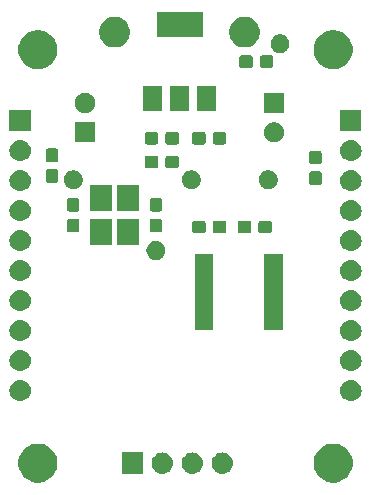
<source format=gbr>
G04 #@! TF.GenerationSoftware,KiCad,Pcbnew,5.1.2-1.fc30*
G04 #@! TF.CreationDate,2019-06-09T13:39:02+09:00*
G04 #@! TF.ProjectId,driver,64726976-6572-42e6-9b69-6361645f7063,rev?*
G04 #@! TF.SameCoordinates,Original*
G04 #@! TF.FileFunction,Soldermask,Top*
G04 #@! TF.FilePolarity,Negative*
%FSLAX46Y46*%
G04 Gerber Fmt 4.6, Leading zero omitted, Abs format (unit mm)*
G04 Created by KiCad (PCBNEW 5.1.2-1.fc30) date 2019-06-09 13:39:02*
%MOMM*%
%LPD*%
G04 APERTURE LIST*
%ADD10C,0.100000*%
G04 APERTURE END LIST*
D10*
G36*
X158375256Y-92391298D02*
G01*
X158481579Y-92412447D01*
X158782042Y-92536903D01*
X159052451Y-92717585D01*
X159282415Y-92947549D01*
X159463097Y-93217958D01*
X159587553Y-93518421D01*
X159651000Y-93837391D01*
X159651000Y-94162609D01*
X159587553Y-94481579D01*
X159463097Y-94782042D01*
X159282415Y-95052451D01*
X159052451Y-95282415D01*
X158782042Y-95463097D01*
X158481579Y-95587553D01*
X158375256Y-95608702D01*
X158162611Y-95651000D01*
X157837389Y-95651000D01*
X157624744Y-95608702D01*
X157518421Y-95587553D01*
X157217958Y-95463097D01*
X156947549Y-95282415D01*
X156717585Y-95052451D01*
X156536903Y-94782042D01*
X156412447Y-94481579D01*
X156349000Y-94162609D01*
X156349000Y-93837391D01*
X156412447Y-93518421D01*
X156536903Y-93217958D01*
X156717585Y-92947549D01*
X156947549Y-92717585D01*
X157217958Y-92536903D01*
X157518421Y-92412447D01*
X157624744Y-92391298D01*
X157837389Y-92349000D01*
X158162611Y-92349000D01*
X158375256Y-92391298D01*
X158375256Y-92391298D01*
G37*
G36*
X133375256Y-92391298D02*
G01*
X133481579Y-92412447D01*
X133782042Y-92536903D01*
X134052451Y-92717585D01*
X134282415Y-92947549D01*
X134463097Y-93217958D01*
X134587553Y-93518421D01*
X134651000Y-93837391D01*
X134651000Y-94162609D01*
X134587553Y-94481579D01*
X134463097Y-94782042D01*
X134282415Y-95052451D01*
X134052451Y-95282415D01*
X133782042Y-95463097D01*
X133481579Y-95587553D01*
X133375256Y-95608702D01*
X133162611Y-95651000D01*
X132837389Y-95651000D01*
X132624744Y-95608702D01*
X132518421Y-95587553D01*
X132217958Y-95463097D01*
X131947549Y-95282415D01*
X131717585Y-95052451D01*
X131536903Y-94782042D01*
X131412447Y-94481579D01*
X131349000Y-94162609D01*
X131349000Y-93837391D01*
X131412447Y-93518421D01*
X131536903Y-93217958D01*
X131717585Y-92947549D01*
X131947549Y-92717585D01*
X132217958Y-92536903D01*
X132518421Y-92412447D01*
X132624744Y-92391298D01*
X132837389Y-92349000D01*
X133162611Y-92349000D01*
X133375256Y-92391298D01*
X133375256Y-92391298D01*
G37*
G36*
X148730442Y-93105518D02*
G01*
X148796627Y-93112037D01*
X148966466Y-93163557D01*
X149122991Y-93247222D01*
X149158729Y-93276552D01*
X149260186Y-93359814D01*
X149343448Y-93461271D01*
X149372778Y-93497009D01*
X149456443Y-93653534D01*
X149507963Y-93823373D01*
X149525359Y-94000000D01*
X149507963Y-94176627D01*
X149456443Y-94346466D01*
X149372778Y-94502991D01*
X149343448Y-94538729D01*
X149260186Y-94640186D01*
X149158729Y-94723448D01*
X149122991Y-94752778D01*
X148966466Y-94836443D01*
X148796627Y-94887963D01*
X148730443Y-94894481D01*
X148664260Y-94901000D01*
X148575740Y-94901000D01*
X148509557Y-94894481D01*
X148443373Y-94887963D01*
X148273534Y-94836443D01*
X148117009Y-94752778D01*
X148081271Y-94723448D01*
X147979814Y-94640186D01*
X147896552Y-94538729D01*
X147867222Y-94502991D01*
X147783557Y-94346466D01*
X147732037Y-94176627D01*
X147714641Y-94000000D01*
X147732037Y-93823373D01*
X147783557Y-93653534D01*
X147867222Y-93497009D01*
X147896552Y-93461271D01*
X147979814Y-93359814D01*
X148081271Y-93276552D01*
X148117009Y-93247222D01*
X148273534Y-93163557D01*
X148443373Y-93112037D01*
X148509557Y-93105519D01*
X148575740Y-93099000D01*
X148664260Y-93099000D01*
X148730442Y-93105518D01*
X148730442Y-93105518D01*
G37*
G36*
X141901000Y-94901000D02*
G01*
X140099000Y-94901000D01*
X140099000Y-93099000D01*
X141901000Y-93099000D01*
X141901000Y-94901000D01*
X141901000Y-94901000D01*
G37*
G36*
X143650442Y-93105518D02*
G01*
X143716627Y-93112037D01*
X143886466Y-93163557D01*
X144042991Y-93247222D01*
X144078729Y-93276552D01*
X144180186Y-93359814D01*
X144263448Y-93461271D01*
X144292778Y-93497009D01*
X144376443Y-93653534D01*
X144427963Y-93823373D01*
X144445359Y-94000000D01*
X144427963Y-94176627D01*
X144376443Y-94346466D01*
X144292778Y-94502991D01*
X144263448Y-94538729D01*
X144180186Y-94640186D01*
X144078729Y-94723448D01*
X144042991Y-94752778D01*
X143886466Y-94836443D01*
X143716627Y-94887963D01*
X143650443Y-94894481D01*
X143584260Y-94901000D01*
X143495740Y-94901000D01*
X143429557Y-94894481D01*
X143363373Y-94887963D01*
X143193534Y-94836443D01*
X143037009Y-94752778D01*
X143001271Y-94723448D01*
X142899814Y-94640186D01*
X142816552Y-94538729D01*
X142787222Y-94502991D01*
X142703557Y-94346466D01*
X142652037Y-94176627D01*
X142634641Y-94000000D01*
X142652037Y-93823373D01*
X142703557Y-93653534D01*
X142787222Y-93497009D01*
X142816552Y-93461271D01*
X142899814Y-93359814D01*
X143001271Y-93276552D01*
X143037009Y-93247222D01*
X143193534Y-93163557D01*
X143363373Y-93112037D01*
X143429557Y-93105519D01*
X143495740Y-93099000D01*
X143584260Y-93099000D01*
X143650442Y-93105518D01*
X143650442Y-93105518D01*
G37*
G36*
X146190442Y-93105518D02*
G01*
X146256627Y-93112037D01*
X146426466Y-93163557D01*
X146582991Y-93247222D01*
X146618729Y-93276552D01*
X146720186Y-93359814D01*
X146803448Y-93461271D01*
X146832778Y-93497009D01*
X146916443Y-93653534D01*
X146967963Y-93823373D01*
X146985359Y-94000000D01*
X146967963Y-94176627D01*
X146916443Y-94346466D01*
X146832778Y-94502991D01*
X146803448Y-94538729D01*
X146720186Y-94640186D01*
X146618729Y-94723448D01*
X146582991Y-94752778D01*
X146426466Y-94836443D01*
X146256627Y-94887963D01*
X146190443Y-94894481D01*
X146124260Y-94901000D01*
X146035740Y-94901000D01*
X145969557Y-94894481D01*
X145903373Y-94887963D01*
X145733534Y-94836443D01*
X145577009Y-94752778D01*
X145541271Y-94723448D01*
X145439814Y-94640186D01*
X145356552Y-94538729D01*
X145327222Y-94502991D01*
X145243557Y-94346466D01*
X145192037Y-94176627D01*
X145174641Y-94000000D01*
X145192037Y-93823373D01*
X145243557Y-93653534D01*
X145327222Y-93497009D01*
X145356552Y-93461271D01*
X145439814Y-93359814D01*
X145541271Y-93276552D01*
X145577009Y-93247222D01*
X145733534Y-93163557D01*
X145903373Y-93112037D01*
X145969557Y-93105519D01*
X146035740Y-93099000D01*
X146124260Y-93099000D01*
X146190442Y-93105518D01*
X146190442Y-93105518D01*
G37*
G36*
X131610442Y-86965518D02*
G01*
X131676627Y-86972037D01*
X131846466Y-87023557D01*
X132002991Y-87107222D01*
X132038729Y-87136552D01*
X132140186Y-87219814D01*
X132223448Y-87321271D01*
X132252778Y-87357009D01*
X132336443Y-87513534D01*
X132387963Y-87683373D01*
X132405359Y-87860000D01*
X132387963Y-88036627D01*
X132336443Y-88206466D01*
X132252778Y-88362991D01*
X132223448Y-88398729D01*
X132140186Y-88500186D01*
X132038729Y-88583448D01*
X132002991Y-88612778D01*
X131846466Y-88696443D01*
X131676627Y-88747963D01*
X131610443Y-88754481D01*
X131544260Y-88761000D01*
X131455740Y-88761000D01*
X131389557Y-88754481D01*
X131323373Y-88747963D01*
X131153534Y-88696443D01*
X130997009Y-88612778D01*
X130961271Y-88583448D01*
X130859814Y-88500186D01*
X130776552Y-88398729D01*
X130747222Y-88362991D01*
X130663557Y-88206466D01*
X130612037Y-88036627D01*
X130594641Y-87860000D01*
X130612037Y-87683373D01*
X130663557Y-87513534D01*
X130747222Y-87357009D01*
X130776552Y-87321271D01*
X130859814Y-87219814D01*
X130961271Y-87136552D01*
X130997009Y-87107222D01*
X131153534Y-87023557D01*
X131323373Y-86972037D01*
X131389558Y-86965518D01*
X131455740Y-86959000D01*
X131544260Y-86959000D01*
X131610442Y-86965518D01*
X131610442Y-86965518D01*
G37*
G36*
X159610442Y-86965518D02*
G01*
X159676627Y-86972037D01*
X159846466Y-87023557D01*
X160002991Y-87107222D01*
X160038729Y-87136552D01*
X160140186Y-87219814D01*
X160223448Y-87321271D01*
X160252778Y-87357009D01*
X160336443Y-87513534D01*
X160387963Y-87683373D01*
X160405359Y-87860000D01*
X160387963Y-88036627D01*
X160336443Y-88206466D01*
X160252778Y-88362991D01*
X160223448Y-88398729D01*
X160140186Y-88500186D01*
X160038729Y-88583448D01*
X160002991Y-88612778D01*
X159846466Y-88696443D01*
X159676627Y-88747963D01*
X159610443Y-88754481D01*
X159544260Y-88761000D01*
X159455740Y-88761000D01*
X159389557Y-88754481D01*
X159323373Y-88747963D01*
X159153534Y-88696443D01*
X158997009Y-88612778D01*
X158961271Y-88583448D01*
X158859814Y-88500186D01*
X158776552Y-88398729D01*
X158747222Y-88362991D01*
X158663557Y-88206466D01*
X158612037Y-88036627D01*
X158594641Y-87860000D01*
X158612037Y-87683373D01*
X158663557Y-87513534D01*
X158747222Y-87357009D01*
X158776552Y-87321271D01*
X158859814Y-87219814D01*
X158961271Y-87136552D01*
X158997009Y-87107222D01*
X159153534Y-87023557D01*
X159323373Y-86972037D01*
X159389558Y-86965518D01*
X159455740Y-86959000D01*
X159544260Y-86959000D01*
X159610442Y-86965518D01*
X159610442Y-86965518D01*
G37*
G36*
X131610443Y-84425519D02*
G01*
X131676627Y-84432037D01*
X131846466Y-84483557D01*
X132002991Y-84567222D01*
X132038729Y-84596552D01*
X132140186Y-84679814D01*
X132223448Y-84781271D01*
X132252778Y-84817009D01*
X132336443Y-84973534D01*
X132387963Y-85143373D01*
X132405359Y-85320000D01*
X132387963Y-85496627D01*
X132336443Y-85666466D01*
X132252778Y-85822991D01*
X132223448Y-85858729D01*
X132140186Y-85960186D01*
X132038729Y-86043448D01*
X132002991Y-86072778D01*
X131846466Y-86156443D01*
X131676627Y-86207963D01*
X131610442Y-86214482D01*
X131544260Y-86221000D01*
X131455740Y-86221000D01*
X131389558Y-86214482D01*
X131323373Y-86207963D01*
X131153534Y-86156443D01*
X130997009Y-86072778D01*
X130961271Y-86043448D01*
X130859814Y-85960186D01*
X130776552Y-85858729D01*
X130747222Y-85822991D01*
X130663557Y-85666466D01*
X130612037Y-85496627D01*
X130594641Y-85320000D01*
X130612037Y-85143373D01*
X130663557Y-84973534D01*
X130747222Y-84817009D01*
X130776552Y-84781271D01*
X130859814Y-84679814D01*
X130961271Y-84596552D01*
X130997009Y-84567222D01*
X131153534Y-84483557D01*
X131323373Y-84432037D01*
X131389557Y-84425519D01*
X131455740Y-84419000D01*
X131544260Y-84419000D01*
X131610443Y-84425519D01*
X131610443Y-84425519D01*
G37*
G36*
X159610443Y-84425519D02*
G01*
X159676627Y-84432037D01*
X159846466Y-84483557D01*
X160002991Y-84567222D01*
X160038729Y-84596552D01*
X160140186Y-84679814D01*
X160223448Y-84781271D01*
X160252778Y-84817009D01*
X160336443Y-84973534D01*
X160387963Y-85143373D01*
X160405359Y-85320000D01*
X160387963Y-85496627D01*
X160336443Y-85666466D01*
X160252778Y-85822991D01*
X160223448Y-85858729D01*
X160140186Y-85960186D01*
X160038729Y-86043448D01*
X160002991Y-86072778D01*
X159846466Y-86156443D01*
X159676627Y-86207963D01*
X159610442Y-86214482D01*
X159544260Y-86221000D01*
X159455740Y-86221000D01*
X159389558Y-86214482D01*
X159323373Y-86207963D01*
X159153534Y-86156443D01*
X158997009Y-86072778D01*
X158961271Y-86043448D01*
X158859814Y-85960186D01*
X158776552Y-85858729D01*
X158747222Y-85822991D01*
X158663557Y-85666466D01*
X158612037Y-85496627D01*
X158594641Y-85320000D01*
X158612037Y-85143373D01*
X158663557Y-84973534D01*
X158747222Y-84817009D01*
X158776552Y-84781271D01*
X158859814Y-84679814D01*
X158961271Y-84596552D01*
X158997009Y-84567222D01*
X159153534Y-84483557D01*
X159323373Y-84432037D01*
X159389557Y-84425519D01*
X159455740Y-84419000D01*
X159544260Y-84419000D01*
X159610443Y-84425519D01*
X159610443Y-84425519D01*
G37*
G36*
X131610442Y-81885518D02*
G01*
X131676627Y-81892037D01*
X131846466Y-81943557D01*
X132002991Y-82027222D01*
X132031964Y-82051000D01*
X132140186Y-82139814D01*
X132223448Y-82241271D01*
X132252778Y-82277009D01*
X132336443Y-82433534D01*
X132387963Y-82603373D01*
X132405359Y-82780000D01*
X132387963Y-82956627D01*
X132336443Y-83126466D01*
X132252778Y-83282991D01*
X132223448Y-83318729D01*
X132140186Y-83420186D01*
X132038729Y-83503448D01*
X132002991Y-83532778D01*
X131846466Y-83616443D01*
X131676627Y-83667963D01*
X131610442Y-83674482D01*
X131544260Y-83681000D01*
X131455740Y-83681000D01*
X131389558Y-83674482D01*
X131323373Y-83667963D01*
X131153534Y-83616443D01*
X130997009Y-83532778D01*
X130961271Y-83503448D01*
X130859814Y-83420186D01*
X130776552Y-83318729D01*
X130747222Y-83282991D01*
X130663557Y-83126466D01*
X130612037Y-82956627D01*
X130594641Y-82780000D01*
X130612037Y-82603373D01*
X130663557Y-82433534D01*
X130747222Y-82277009D01*
X130776552Y-82241271D01*
X130859814Y-82139814D01*
X130968036Y-82051000D01*
X130997009Y-82027222D01*
X131153534Y-81943557D01*
X131323373Y-81892037D01*
X131389558Y-81885518D01*
X131455740Y-81879000D01*
X131544260Y-81879000D01*
X131610442Y-81885518D01*
X131610442Y-81885518D01*
G37*
G36*
X159610442Y-81885518D02*
G01*
X159676627Y-81892037D01*
X159846466Y-81943557D01*
X160002991Y-82027222D01*
X160031964Y-82051000D01*
X160140186Y-82139814D01*
X160223448Y-82241271D01*
X160252778Y-82277009D01*
X160336443Y-82433534D01*
X160387963Y-82603373D01*
X160405359Y-82780000D01*
X160387963Y-82956627D01*
X160336443Y-83126466D01*
X160252778Y-83282991D01*
X160223448Y-83318729D01*
X160140186Y-83420186D01*
X160038729Y-83503448D01*
X160002991Y-83532778D01*
X159846466Y-83616443D01*
X159676627Y-83667963D01*
X159610442Y-83674482D01*
X159544260Y-83681000D01*
X159455740Y-83681000D01*
X159389558Y-83674482D01*
X159323373Y-83667963D01*
X159153534Y-83616443D01*
X158997009Y-83532778D01*
X158961271Y-83503448D01*
X158859814Y-83420186D01*
X158776552Y-83318729D01*
X158747222Y-83282991D01*
X158663557Y-83126466D01*
X158612037Y-82956627D01*
X158594641Y-82780000D01*
X158612037Y-82603373D01*
X158663557Y-82433534D01*
X158747222Y-82277009D01*
X158776552Y-82241271D01*
X158859814Y-82139814D01*
X158968036Y-82051000D01*
X158997009Y-82027222D01*
X159153534Y-81943557D01*
X159323373Y-81892037D01*
X159389558Y-81885518D01*
X159455740Y-81879000D01*
X159544260Y-81879000D01*
X159610442Y-81885518D01*
X159610442Y-81885518D01*
G37*
G36*
X153726000Y-82701000D02*
G01*
X152174000Y-82701000D01*
X152174000Y-76299000D01*
X153726000Y-76299000D01*
X153726000Y-82701000D01*
X153726000Y-82701000D01*
G37*
G36*
X147826000Y-82701000D02*
G01*
X146274000Y-82701000D01*
X146274000Y-76299000D01*
X147826000Y-76299000D01*
X147826000Y-82701000D01*
X147826000Y-82701000D01*
G37*
G36*
X131610442Y-79345518D02*
G01*
X131676627Y-79352037D01*
X131846466Y-79403557D01*
X132002991Y-79487222D01*
X132038729Y-79516552D01*
X132140186Y-79599814D01*
X132223448Y-79701271D01*
X132252778Y-79737009D01*
X132336443Y-79893534D01*
X132387963Y-80063373D01*
X132405359Y-80240000D01*
X132387963Y-80416627D01*
X132336443Y-80586466D01*
X132252778Y-80742991D01*
X132246205Y-80751000D01*
X132140186Y-80880186D01*
X132038729Y-80963448D01*
X132002991Y-80992778D01*
X131846466Y-81076443D01*
X131676627Y-81127963D01*
X131610442Y-81134482D01*
X131544260Y-81141000D01*
X131455740Y-81141000D01*
X131389558Y-81134482D01*
X131323373Y-81127963D01*
X131153534Y-81076443D01*
X130997009Y-80992778D01*
X130961271Y-80963448D01*
X130859814Y-80880186D01*
X130753795Y-80751000D01*
X130747222Y-80742991D01*
X130663557Y-80586466D01*
X130612037Y-80416627D01*
X130594641Y-80240000D01*
X130612037Y-80063373D01*
X130663557Y-79893534D01*
X130747222Y-79737009D01*
X130776552Y-79701271D01*
X130859814Y-79599814D01*
X130961271Y-79516552D01*
X130997009Y-79487222D01*
X131153534Y-79403557D01*
X131323373Y-79352037D01*
X131389558Y-79345518D01*
X131455740Y-79339000D01*
X131544260Y-79339000D01*
X131610442Y-79345518D01*
X131610442Y-79345518D01*
G37*
G36*
X159610442Y-79345518D02*
G01*
X159676627Y-79352037D01*
X159846466Y-79403557D01*
X160002991Y-79487222D01*
X160038729Y-79516552D01*
X160140186Y-79599814D01*
X160223448Y-79701271D01*
X160252778Y-79737009D01*
X160336443Y-79893534D01*
X160387963Y-80063373D01*
X160405359Y-80240000D01*
X160387963Y-80416627D01*
X160336443Y-80586466D01*
X160252778Y-80742991D01*
X160246205Y-80751000D01*
X160140186Y-80880186D01*
X160038729Y-80963448D01*
X160002991Y-80992778D01*
X159846466Y-81076443D01*
X159676627Y-81127963D01*
X159610442Y-81134482D01*
X159544260Y-81141000D01*
X159455740Y-81141000D01*
X159389558Y-81134482D01*
X159323373Y-81127963D01*
X159153534Y-81076443D01*
X158997009Y-80992778D01*
X158961271Y-80963448D01*
X158859814Y-80880186D01*
X158753795Y-80751000D01*
X158747222Y-80742991D01*
X158663557Y-80586466D01*
X158612037Y-80416627D01*
X158594641Y-80240000D01*
X158612037Y-80063373D01*
X158663557Y-79893534D01*
X158747222Y-79737009D01*
X158776552Y-79701271D01*
X158859814Y-79599814D01*
X158961271Y-79516552D01*
X158997009Y-79487222D01*
X159153534Y-79403557D01*
X159323373Y-79352037D01*
X159389558Y-79345518D01*
X159455740Y-79339000D01*
X159544260Y-79339000D01*
X159610442Y-79345518D01*
X159610442Y-79345518D01*
G37*
G36*
X159610442Y-76805518D02*
G01*
X159676627Y-76812037D01*
X159846466Y-76863557D01*
X160002991Y-76947222D01*
X160005157Y-76949000D01*
X160140186Y-77059814D01*
X160223448Y-77161271D01*
X160252778Y-77197009D01*
X160336443Y-77353534D01*
X160387963Y-77523373D01*
X160405359Y-77700000D01*
X160387963Y-77876627D01*
X160336443Y-78046466D01*
X160252778Y-78202991D01*
X160223448Y-78238729D01*
X160140186Y-78340186D01*
X160038729Y-78423448D01*
X160002991Y-78452778D01*
X159846466Y-78536443D01*
X159676627Y-78587963D01*
X159610443Y-78594481D01*
X159544260Y-78601000D01*
X159455740Y-78601000D01*
X159389557Y-78594481D01*
X159323373Y-78587963D01*
X159153534Y-78536443D01*
X158997009Y-78452778D01*
X158961271Y-78423448D01*
X158859814Y-78340186D01*
X158776552Y-78238729D01*
X158747222Y-78202991D01*
X158663557Y-78046466D01*
X158612037Y-77876627D01*
X158594641Y-77700000D01*
X158612037Y-77523373D01*
X158663557Y-77353534D01*
X158747222Y-77197009D01*
X158776552Y-77161271D01*
X158859814Y-77059814D01*
X158994843Y-76949000D01*
X158997009Y-76947222D01*
X159153534Y-76863557D01*
X159323373Y-76812037D01*
X159389558Y-76805518D01*
X159455740Y-76799000D01*
X159544260Y-76799000D01*
X159610442Y-76805518D01*
X159610442Y-76805518D01*
G37*
G36*
X131610442Y-76805518D02*
G01*
X131676627Y-76812037D01*
X131846466Y-76863557D01*
X132002991Y-76947222D01*
X132005157Y-76949000D01*
X132140186Y-77059814D01*
X132223448Y-77161271D01*
X132252778Y-77197009D01*
X132336443Y-77353534D01*
X132387963Y-77523373D01*
X132405359Y-77700000D01*
X132387963Y-77876627D01*
X132336443Y-78046466D01*
X132252778Y-78202991D01*
X132223448Y-78238729D01*
X132140186Y-78340186D01*
X132038729Y-78423448D01*
X132002991Y-78452778D01*
X131846466Y-78536443D01*
X131676627Y-78587963D01*
X131610443Y-78594481D01*
X131544260Y-78601000D01*
X131455740Y-78601000D01*
X131389557Y-78594481D01*
X131323373Y-78587963D01*
X131153534Y-78536443D01*
X130997009Y-78452778D01*
X130961271Y-78423448D01*
X130859814Y-78340186D01*
X130776552Y-78238729D01*
X130747222Y-78202991D01*
X130663557Y-78046466D01*
X130612037Y-77876627D01*
X130594641Y-77700000D01*
X130612037Y-77523373D01*
X130663557Y-77353534D01*
X130747222Y-77197009D01*
X130776552Y-77161271D01*
X130859814Y-77059814D01*
X130994843Y-76949000D01*
X130997009Y-76947222D01*
X131153534Y-76863557D01*
X131323373Y-76812037D01*
X131389558Y-76805518D01*
X131455740Y-76799000D01*
X131544260Y-76799000D01*
X131610442Y-76805518D01*
X131610442Y-76805518D01*
G37*
G36*
X143233642Y-75229781D02*
G01*
X143379414Y-75290162D01*
X143379416Y-75290163D01*
X143510608Y-75377822D01*
X143622178Y-75489392D01*
X143709837Y-75620584D01*
X143709838Y-75620586D01*
X143770219Y-75766358D01*
X143801000Y-75921107D01*
X143801000Y-76078893D01*
X143770219Y-76233642D01*
X143709838Y-76379414D01*
X143709837Y-76379416D01*
X143622178Y-76510608D01*
X143510608Y-76622178D01*
X143379416Y-76709837D01*
X143379415Y-76709838D01*
X143379414Y-76709838D01*
X143233642Y-76770219D01*
X143078893Y-76801000D01*
X142921107Y-76801000D01*
X142766358Y-76770219D01*
X142620586Y-76709838D01*
X142620585Y-76709838D01*
X142620584Y-76709837D01*
X142489392Y-76622178D01*
X142377822Y-76510608D01*
X142290163Y-76379416D01*
X142290162Y-76379414D01*
X142229781Y-76233642D01*
X142199000Y-76078893D01*
X142199000Y-75921107D01*
X142229781Y-75766358D01*
X142290162Y-75620586D01*
X142290163Y-75620584D01*
X142377822Y-75489392D01*
X142489392Y-75377822D01*
X142620584Y-75290163D01*
X142620586Y-75290162D01*
X142766358Y-75229781D01*
X142921107Y-75199000D01*
X143078893Y-75199000D01*
X143233642Y-75229781D01*
X143233642Y-75229781D01*
G37*
G36*
X131610443Y-74265519D02*
G01*
X131676627Y-74272037D01*
X131846466Y-74323557D01*
X131846468Y-74323558D01*
X131917553Y-74361554D01*
X132002991Y-74407222D01*
X132031940Y-74430980D01*
X132140186Y-74519814D01*
X132223448Y-74621271D01*
X132252778Y-74657009D01*
X132336443Y-74813534D01*
X132387963Y-74983373D01*
X132405359Y-75160000D01*
X132387963Y-75336627D01*
X132336443Y-75506466D01*
X132252778Y-75662991D01*
X132223448Y-75698729D01*
X132140186Y-75800186D01*
X132038729Y-75883448D01*
X132002991Y-75912778D01*
X131846466Y-75996443D01*
X131676627Y-76047963D01*
X131610442Y-76054482D01*
X131544260Y-76061000D01*
X131455740Y-76061000D01*
X131389558Y-76054482D01*
X131323373Y-76047963D01*
X131153534Y-75996443D01*
X130997009Y-75912778D01*
X130961271Y-75883448D01*
X130859814Y-75800186D01*
X130776552Y-75698729D01*
X130747222Y-75662991D01*
X130663557Y-75506466D01*
X130612037Y-75336627D01*
X130594641Y-75160000D01*
X130612037Y-74983373D01*
X130663557Y-74813534D01*
X130747222Y-74657009D01*
X130776552Y-74621271D01*
X130859814Y-74519814D01*
X130968060Y-74430980D01*
X130997009Y-74407222D01*
X131082447Y-74361554D01*
X131153532Y-74323558D01*
X131153534Y-74323557D01*
X131323373Y-74272037D01*
X131389557Y-74265519D01*
X131455740Y-74259000D01*
X131544260Y-74259000D01*
X131610443Y-74265519D01*
X131610443Y-74265519D01*
G37*
G36*
X159610443Y-74265519D02*
G01*
X159676627Y-74272037D01*
X159846466Y-74323557D01*
X159846468Y-74323558D01*
X159917553Y-74361554D01*
X160002991Y-74407222D01*
X160031940Y-74430980D01*
X160140186Y-74519814D01*
X160223448Y-74621271D01*
X160252778Y-74657009D01*
X160336443Y-74813534D01*
X160387963Y-74983373D01*
X160405359Y-75160000D01*
X160387963Y-75336627D01*
X160336443Y-75506466D01*
X160252778Y-75662991D01*
X160223448Y-75698729D01*
X160140186Y-75800186D01*
X160038729Y-75883448D01*
X160002991Y-75912778D01*
X159846466Y-75996443D01*
X159676627Y-76047963D01*
X159610442Y-76054482D01*
X159544260Y-76061000D01*
X159455740Y-76061000D01*
X159389558Y-76054482D01*
X159323373Y-76047963D01*
X159153534Y-75996443D01*
X158997009Y-75912778D01*
X158961271Y-75883448D01*
X158859814Y-75800186D01*
X158776552Y-75698729D01*
X158747222Y-75662991D01*
X158663557Y-75506466D01*
X158612037Y-75336627D01*
X158594641Y-75160000D01*
X158612037Y-74983373D01*
X158663557Y-74813534D01*
X158747222Y-74657009D01*
X158776552Y-74621271D01*
X158859814Y-74519814D01*
X158968060Y-74430980D01*
X158997009Y-74407222D01*
X159082447Y-74361554D01*
X159153532Y-74323558D01*
X159153534Y-74323557D01*
X159323373Y-74272037D01*
X159389557Y-74265519D01*
X159455740Y-74259000D01*
X159544260Y-74259000D01*
X159610443Y-74265519D01*
X159610443Y-74265519D01*
G37*
G36*
X141601000Y-75551000D02*
G01*
X139699000Y-75551000D01*
X139699000Y-73349000D01*
X141601000Y-73349000D01*
X141601000Y-75551000D01*
X141601000Y-75551000D01*
G37*
G36*
X139301000Y-75551000D02*
G01*
X137399000Y-75551000D01*
X137399000Y-73349000D01*
X139301000Y-73349000D01*
X139301000Y-75551000D01*
X139301000Y-75551000D01*
G37*
G36*
X152664499Y-73478445D02*
G01*
X152701995Y-73489820D01*
X152736554Y-73508292D01*
X152766847Y-73533153D01*
X152791708Y-73563446D01*
X152810180Y-73598005D01*
X152821555Y-73635501D01*
X152826000Y-73680638D01*
X152826000Y-74319362D01*
X152821555Y-74364499D01*
X152810180Y-74401995D01*
X152791708Y-74436554D01*
X152766847Y-74466847D01*
X152736554Y-74491708D01*
X152701995Y-74510180D01*
X152664499Y-74521555D01*
X152619362Y-74526000D01*
X151880638Y-74526000D01*
X151835501Y-74521555D01*
X151798005Y-74510180D01*
X151763446Y-74491708D01*
X151733153Y-74466847D01*
X151708292Y-74436554D01*
X151689820Y-74401995D01*
X151678445Y-74364499D01*
X151674000Y-74319362D01*
X151674000Y-73680638D01*
X151678445Y-73635501D01*
X151689820Y-73598005D01*
X151708292Y-73563446D01*
X151733153Y-73533153D01*
X151763446Y-73508292D01*
X151798005Y-73489820D01*
X151835501Y-73478445D01*
X151880638Y-73474000D01*
X152619362Y-73474000D01*
X152664499Y-73478445D01*
X152664499Y-73478445D01*
G37*
G36*
X150914499Y-73478445D02*
G01*
X150951995Y-73489820D01*
X150986554Y-73508292D01*
X151016847Y-73533153D01*
X151041708Y-73563446D01*
X151060180Y-73598005D01*
X151071555Y-73635501D01*
X151076000Y-73680638D01*
X151076000Y-74319362D01*
X151071555Y-74364499D01*
X151060180Y-74401995D01*
X151041708Y-74436554D01*
X151016847Y-74466847D01*
X150986554Y-74491708D01*
X150951995Y-74510180D01*
X150914499Y-74521555D01*
X150869362Y-74526000D01*
X150130638Y-74526000D01*
X150085501Y-74521555D01*
X150048005Y-74510180D01*
X150013446Y-74491708D01*
X149983153Y-74466847D01*
X149958292Y-74436554D01*
X149939820Y-74401995D01*
X149928445Y-74364499D01*
X149924000Y-74319362D01*
X149924000Y-73680638D01*
X149928445Y-73635501D01*
X149939820Y-73598005D01*
X149958292Y-73563446D01*
X149983153Y-73533153D01*
X150013446Y-73508292D01*
X150048005Y-73489820D01*
X150085501Y-73478445D01*
X150130638Y-73474000D01*
X150869362Y-73474000D01*
X150914499Y-73478445D01*
X150914499Y-73478445D01*
G37*
G36*
X147039499Y-73478445D02*
G01*
X147076995Y-73489820D01*
X147111554Y-73508292D01*
X147141847Y-73533153D01*
X147166708Y-73563446D01*
X147185180Y-73598005D01*
X147196555Y-73635501D01*
X147201000Y-73680638D01*
X147201000Y-74319362D01*
X147196555Y-74364499D01*
X147185180Y-74401995D01*
X147166708Y-74436554D01*
X147141847Y-74466847D01*
X147111554Y-74491708D01*
X147076995Y-74510180D01*
X147039499Y-74521555D01*
X146994362Y-74526000D01*
X146255638Y-74526000D01*
X146210501Y-74521555D01*
X146173005Y-74510180D01*
X146138446Y-74491708D01*
X146108153Y-74466847D01*
X146083292Y-74436554D01*
X146064820Y-74401995D01*
X146053445Y-74364499D01*
X146049000Y-74319362D01*
X146049000Y-73680638D01*
X146053445Y-73635501D01*
X146064820Y-73598005D01*
X146083292Y-73563446D01*
X146108153Y-73533153D01*
X146138446Y-73508292D01*
X146173005Y-73489820D01*
X146210501Y-73478445D01*
X146255638Y-73474000D01*
X146994362Y-73474000D01*
X147039499Y-73478445D01*
X147039499Y-73478445D01*
G37*
G36*
X148789499Y-73478445D02*
G01*
X148826995Y-73489820D01*
X148861554Y-73508292D01*
X148891847Y-73533153D01*
X148916708Y-73563446D01*
X148935180Y-73598005D01*
X148946555Y-73635501D01*
X148951000Y-73680638D01*
X148951000Y-74319362D01*
X148946555Y-74364499D01*
X148935180Y-74401995D01*
X148916708Y-74436554D01*
X148891847Y-74466847D01*
X148861554Y-74491708D01*
X148826995Y-74510180D01*
X148789499Y-74521555D01*
X148744362Y-74526000D01*
X148005638Y-74526000D01*
X147960501Y-74521555D01*
X147923005Y-74510180D01*
X147888446Y-74491708D01*
X147858153Y-74466847D01*
X147833292Y-74436554D01*
X147814820Y-74401995D01*
X147803445Y-74364499D01*
X147799000Y-74319362D01*
X147799000Y-73680638D01*
X147803445Y-73635501D01*
X147814820Y-73598005D01*
X147833292Y-73563446D01*
X147858153Y-73533153D01*
X147888446Y-73508292D01*
X147923005Y-73489820D01*
X147960501Y-73478445D01*
X148005638Y-73474000D01*
X148744362Y-73474000D01*
X148789499Y-73478445D01*
X148789499Y-73478445D01*
G37*
G36*
X136364499Y-73303445D02*
G01*
X136401995Y-73314820D01*
X136436554Y-73333292D01*
X136466847Y-73358153D01*
X136491708Y-73388446D01*
X136510180Y-73423005D01*
X136521555Y-73460501D01*
X136526000Y-73505638D01*
X136526000Y-74244362D01*
X136521555Y-74289499D01*
X136510180Y-74326995D01*
X136491708Y-74361554D01*
X136466847Y-74391847D01*
X136436554Y-74416708D01*
X136401995Y-74435180D01*
X136364499Y-74446555D01*
X136319362Y-74451000D01*
X135680638Y-74451000D01*
X135635501Y-74446555D01*
X135598005Y-74435180D01*
X135563446Y-74416708D01*
X135533153Y-74391847D01*
X135508292Y-74361554D01*
X135489820Y-74326995D01*
X135478445Y-74289499D01*
X135474000Y-74244362D01*
X135474000Y-73505638D01*
X135478445Y-73460501D01*
X135489820Y-73423005D01*
X135508292Y-73388446D01*
X135533153Y-73358153D01*
X135563446Y-73333292D01*
X135598005Y-73314820D01*
X135635501Y-73303445D01*
X135680638Y-73299000D01*
X136319362Y-73299000D01*
X136364499Y-73303445D01*
X136364499Y-73303445D01*
G37*
G36*
X143364499Y-73303445D02*
G01*
X143401995Y-73314820D01*
X143436554Y-73333292D01*
X143466847Y-73358153D01*
X143491708Y-73388446D01*
X143510180Y-73423005D01*
X143521555Y-73460501D01*
X143526000Y-73505638D01*
X143526000Y-74244362D01*
X143521555Y-74289499D01*
X143510180Y-74326995D01*
X143491708Y-74361554D01*
X143466847Y-74391847D01*
X143436554Y-74416708D01*
X143401995Y-74435180D01*
X143364499Y-74446555D01*
X143319362Y-74451000D01*
X142680638Y-74451000D01*
X142635501Y-74446555D01*
X142598005Y-74435180D01*
X142563446Y-74416708D01*
X142533153Y-74391847D01*
X142508292Y-74361554D01*
X142489820Y-74326995D01*
X142478445Y-74289499D01*
X142474000Y-74244362D01*
X142474000Y-73505638D01*
X142478445Y-73460501D01*
X142489820Y-73423005D01*
X142508292Y-73388446D01*
X142533153Y-73358153D01*
X142563446Y-73333292D01*
X142598005Y-73314820D01*
X142635501Y-73303445D01*
X142680638Y-73299000D01*
X143319362Y-73299000D01*
X143364499Y-73303445D01*
X143364499Y-73303445D01*
G37*
G36*
X159610442Y-71725518D02*
G01*
X159676627Y-71732037D01*
X159846466Y-71783557D01*
X160002991Y-71867222D01*
X160038729Y-71896552D01*
X160140186Y-71979814D01*
X160223448Y-72081271D01*
X160252778Y-72117009D01*
X160336443Y-72273534D01*
X160387963Y-72443373D01*
X160405359Y-72620000D01*
X160387963Y-72796627D01*
X160336443Y-72966466D01*
X160252778Y-73122991D01*
X160223448Y-73158729D01*
X160140186Y-73260186D01*
X160038882Y-73343323D01*
X160002991Y-73372778D01*
X159846466Y-73456443D01*
X159676627Y-73507963D01*
X159610443Y-73514481D01*
X159544260Y-73521000D01*
X159455740Y-73521000D01*
X159389557Y-73514481D01*
X159323373Y-73507963D01*
X159153534Y-73456443D01*
X158997009Y-73372778D01*
X158961118Y-73343323D01*
X158859814Y-73260186D01*
X158776552Y-73158729D01*
X158747222Y-73122991D01*
X158663557Y-72966466D01*
X158612037Y-72796627D01*
X158594641Y-72620000D01*
X158612037Y-72443373D01*
X158663557Y-72273534D01*
X158747222Y-72117009D01*
X158776552Y-72081271D01*
X158859814Y-71979814D01*
X158961271Y-71896552D01*
X158997009Y-71867222D01*
X159153534Y-71783557D01*
X159323373Y-71732037D01*
X159389558Y-71725518D01*
X159455740Y-71719000D01*
X159544260Y-71719000D01*
X159610442Y-71725518D01*
X159610442Y-71725518D01*
G37*
G36*
X131610442Y-71725518D02*
G01*
X131676627Y-71732037D01*
X131846466Y-71783557D01*
X132002991Y-71867222D01*
X132038729Y-71896552D01*
X132140186Y-71979814D01*
X132223448Y-72081271D01*
X132252778Y-72117009D01*
X132336443Y-72273534D01*
X132387963Y-72443373D01*
X132405359Y-72620000D01*
X132387963Y-72796627D01*
X132336443Y-72966466D01*
X132252778Y-73122991D01*
X132223448Y-73158729D01*
X132140186Y-73260186D01*
X132038882Y-73343323D01*
X132002991Y-73372778D01*
X131846466Y-73456443D01*
X131676627Y-73507963D01*
X131610443Y-73514481D01*
X131544260Y-73521000D01*
X131455740Y-73521000D01*
X131389557Y-73514481D01*
X131323373Y-73507963D01*
X131153534Y-73456443D01*
X130997009Y-73372778D01*
X130961118Y-73343323D01*
X130859814Y-73260186D01*
X130776552Y-73158729D01*
X130747222Y-73122991D01*
X130663557Y-72966466D01*
X130612037Y-72796627D01*
X130594641Y-72620000D01*
X130612037Y-72443373D01*
X130663557Y-72273534D01*
X130747222Y-72117009D01*
X130776552Y-72081271D01*
X130859814Y-71979814D01*
X130961271Y-71896552D01*
X130997009Y-71867222D01*
X131153534Y-71783557D01*
X131323373Y-71732037D01*
X131389558Y-71725518D01*
X131455740Y-71719000D01*
X131544260Y-71719000D01*
X131610442Y-71725518D01*
X131610442Y-71725518D01*
G37*
G36*
X143364499Y-71553445D02*
G01*
X143401995Y-71564820D01*
X143436554Y-71583292D01*
X143466847Y-71608153D01*
X143491708Y-71638446D01*
X143510180Y-71673005D01*
X143521555Y-71710501D01*
X143526000Y-71755638D01*
X143526000Y-72494362D01*
X143521555Y-72539499D01*
X143510180Y-72576995D01*
X143491708Y-72611554D01*
X143466847Y-72641847D01*
X143436554Y-72666708D01*
X143401995Y-72685180D01*
X143364499Y-72696555D01*
X143319362Y-72701000D01*
X142680638Y-72701000D01*
X142635501Y-72696555D01*
X142598005Y-72685180D01*
X142563446Y-72666708D01*
X142533153Y-72641847D01*
X142508292Y-72611554D01*
X142489820Y-72576995D01*
X142478445Y-72539499D01*
X142474000Y-72494362D01*
X142474000Y-71755638D01*
X142478445Y-71710501D01*
X142489820Y-71673005D01*
X142508292Y-71638446D01*
X142533153Y-71608153D01*
X142563446Y-71583292D01*
X142598005Y-71564820D01*
X142635501Y-71553445D01*
X142680638Y-71549000D01*
X143319362Y-71549000D01*
X143364499Y-71553445D01*
X143364499Y-71553445D01*
G37*
G36*
X136364499Y-71553445D02*
G01*
X136401995Y-71564820D01*
X136436554Y-71583292D01*
X136466847Y-71608153D01*
X136491708Y-71638446D01*
X136510180Y-71673005D01*
X136521555Y-71710501D01*
X136526000Y-71755638D01*
X136526000Y-72494362D01*
X136521555Y-72539499D01*
X136510180Y-72576995D01*
X136491708Y-72611554D01*
X136466847Y-72641847D01*
X136436554Y-72666708D01*
X136401995Y-72685180D01*
X136364499Y-72696555D01*
X136319362Y-72701000D01*
X135680638Y-72701000D01*
X135635501Y-72696555D01*
X135598005Y-72685180D01*
X135563446Y-72666708D01*
X135533153Y-72641847D01*
X135508292Y-72611554D01*
X135489820Y-72576995D01*
X135478445Y-72539499D01*
X135474000Y-72494362D01*
X135474000Y-71755638D01*
X135478445Y-71710501D01*
X135489820Y-71673005D01*
X135508292Y-71638446D01*
X135533153Y-71608153D01*
X135563446Y-71583292D01*
X135598005Y-71564820D01*
X135635501Y-71553445D01*
X135680638Y-71549000D01*
X136319362Y-71549000D01*
X136364499Y-71553445D01*
X136364499Y-71553445D01*
G37*
G36*
X139301000Y-72651000D02*
G01*
X137399000Y-72651000D01*
X137399000Y-70449000D01*
X139301000Y-70449000D01*
X139301000Y-72651000D01*
X139301000Y-72651000D01*
G37*
G36*
X141601000Y-72651000D02*
G01*
X139699000Y-72651000D01*
X139699000Y-70449000D01*
X141601000Y-70449000D01*
X141601000Y-72651000D01*
X141601000Y-72651000D01*
G37*
G36*
X131610442Y-69185518D02*
G01*
X131676627Y-69192037D01*
X131846466Y-69243557D01*
X132002991Y-69327222D01*
X132010387Y-69333292D01*
X132140186Y-69439814D01*
X132198352Y-69510691D01*
X132252778Y-69577009D01*
X132336443Y-69733534D01*
X132387963Y-69903373D01*
X132405359Y-70080000D01*
X132387963Y-70256627D01*
X132336443Y-70426466D01*
X132252778Y-70582991D01*
X132223448Y-70618729D01*
X132140186Y-70720186D01*
X132041712Y-70801000D01*
X132002991Y-70832778D01*
X131846466Y-70916443D01*
X131676627Y-70967963D01*
X131610442Y-70974482D01*
X131544260Y-70981000D01*
X131455740Y-70981000D01*
X131389558Y-70974482D01*
X131323373Y-70967963D01*
X131153534Y-70916443D01*
X130997009Y-70832778D01*
X130958288Y-70801000D01*
X130859814Y-70720186D01*
X130776552Y-70618729D01*
X130747222Y-70582991D01*
X130663557Y-70426466D01*
X130612037Y-70256627D01*
X130594641Y-70080000D01*
X130612037Y-69903373D01*
X130663557Y-69733534D01*
X130747222Y-69577009D01*
X130801648Y-69510691D01*
X130859814Y-69439814D01*
X130989613Y-69333292D01*
X130997009Y-69327222D01*
X131153534Y-69243557D01*
X131323373Y-69192037D01*
X131389558Y-69185518D01*
X131455740Y-69179000D01*
X131544260Y-69179000D01*
X131610442Y-69185518D01*
X131610442Y-69185518D01*
G37*
G36*
X159610442Y-69185518D02*
G01*
X159676627Y-69192037D01*
X159846466Y-69243557D01*
X160002991Y-69327222D01*
X160010387Y-69333292D01*
X160140186Y-69439814D01*
X160198352Y-69510691D01*
X160252778Y-69577009D01*
X160336443Y-69733534D01*
X160387963Y-69903373D01*
X160405359Y-70080000D01*
X160387963Y-70256627D01*
X160336443Y-70426466D01*
X160252778Y-70582991D01*
X160223448Y-70618729D01*
X160140186Y-70720186D01*
X160041712Y-70801000D01*
X160002991Y-70832778D01*
X159846466Y-70916443D01*
X159676627Y-70967963D01*
X159610442Y-70974482D01*
X159544260Y-70981000D01*
X159455740Y-70981000D01*
X159389558Y-70974482D01*
X159323373Y-70967963D01*
X159153534Y-70916443D01*
X158997009Y-70832778D01*
X158958288Y-70801000D01*
X158859814Y-70720186D01*
X158776552Y-70618729D01*
X158747222Y-70582991D01*
X158663557Y-70426466D01*
X158612037Y-70256627D01*
X158594641Y-70080000D01*
X158612037Y-69903373D01*
X158663557Y-69733534D01*
X158747222Y-69577009D01*
X158801648Y-69510691D01*
X158859814Y-69439814D01*
X158989613Y-69333292D01*
X158997009Y-69327222D01*
X159153534Y-69243557D01*
X159323373Y-69192037D01*
X159389558Y-69185518D01*
X159455740Y-69179000D01*
X159544260Y-69179000D01*
X159610442Y-69185518D01*
X159610442Y-69185518D01*
G37*
G36*
X146233642Y-69229781D02*
G01*
X146379414Y-69290162D01*
X146379416Y-69290163D01*
X146510608Y-69377822D01*
X146622178Y-69489392D01*
X146709837Y-69620584D01*
X146709838Y-69620586D01*
X146770219Y-69766358D01*
X146801000Y-69921107D01*
X146801000Y-70078893D01*
X146770219Y-70233642D01*
X146717236Y-70361554D01*
X146709837Y-70379416D01*
X146622178Y-70510608D01*
X146510608Y-70622178D01*
X146379416Y-70709837D01*
X146379415Y-70709838D01*
X146379414Y-70709838D01*
X146233642Y-70770219D01*
X146078893Y-70801000D01*
X145921107Y-70801000D01*
X145766358Y-70770219D01*
X145620586Y-70709838D01*
X145620585Y-70709838D01*
X145620584Y-70709837D01*
X145489392Y-70622178D01*
X145377822Y-70510608D01*
X145290163Y-70379416D01*
X145282764Y-70361554D01*
X145229781Y-70233642D01*
X145199000Y-70078893D01*
X145199000Y-69921107D01*
X145229781Y-69766358D01*
X145290162Y-69620586D01*
X145290163Y-69620584D01*
X145377822Y-69489392D01*
X145489392Y-69377822D01*
X145620584Y-69290163D01*
X145620586Y-69290162D01*
X145766358Y-69229781D01*
X145921107Y-69199000D01*
X146078893Y-69199000D01*
X146233642Y-69229781D01*
X146233642Y-69229781D01*
G37*
G36*
X136233642Y-69229781D02*
G01*
X136379414Y-69290162D01*
X136379416Y-69290163D01*
X136510608Y-69377822D01*
X136622178Y-69489392D01*
X136709837Y-69620584D01*
X136709838Y-69620586D01*
X136770219Y-69766358D01*
X136801000Y-69921107D01*
X136801000Y-70078893D01*
X136770219Y-70233642D01*
X136717236Y-70361554D01*
X136709837Y-70379416D01*
X136622178Y-70510608D01*
X136510608Y-70622178D01*
X136379416Y-70709837D01*
X136379415Y-70709838D01*
X136379414Y-70709838D01*
X136233642Y-70770219D01*
X136078893Y-70801000D01*
X135921107Y-70801000D01*
X135766358Y-70770219D01*
X135620586Y-70709838D01*
X135620585Y-70709838D01*
X135620584Y-70709837D01*
X135489392Y-70622178D01*
X135377822Y-70510608D01*
X135290163Y-70379416D01*
X135282764Y-70361554D01*
X135229781Y-70233642D01*
X135199000Y-70078893D01*
X135199000Y-69921107D01*
X135229781Y-69766358D01*
X135290162Y-69620586D01*
X135290163Y-69620584D01*
X135377822Y-69489392D01*
X135489392Y-69377822D01*
X135620584Y-69290163D01*
X135620586Y-69290162D01*
X135766358Y-69229781D01*
X135921107Y-69199000D01*
X136078893Y-69199000D01*
X136233642Y-69229781D01*
X136233642Y-69229781D01*
G37*
G36*
X152733642Y-69229781D02*
G01*
X152879414Y-69290162D01*
X152879416Y-69290163D01*
X153010608Y-69377822D01*
X153122178Y-69489392D01*
X153209837Y-69620584D01*
X153209838Y-69620586D01*
X153270219Y-69766358D01*
X153301000Y-69921107D01*
X153301000Y-70078893D01*
X153270219Y-70233642D01*
X153217236Y-70361554D01*
X153209837Y-70379416D01*
X153122178Y-70510608D01*
X153010608Y-70622178D01*
X152879416Y-70709837D01*
X152879415Y-70709838D01*
X152879414Y-70709838D01*
X152733642Y-70770219D01*
X152578893Y-70801000D01*
X152421107Y-70801000D01*
X152266358Y-70770219D01*
X152120586Y-70709838D01*
X152120585Y-70709838D01*
X152120584Y-70709837D01*
X151989392Y-70622178D01*
X151877822Y-70510608D01*
X151790163Y-70379416D01*
X151782764Y-70361554D01*
X151729781Y-70233642D01*
X151699000Y-70078893D01*
X151699000Y-69921107D01*
X151729781Y-69766358D01*
X151790162Y-69620586D01*
X151790163Y-69620584D01*
X151877822Y-69489392D01*
X151989392Y-69377822D01*
X152120584Y-69290163D01*
X152120586Y-69290162D01*
X152266358Y-69229781D01*
X152421107Y-69199000D01*
X152578893Y-69199000D01*
X152733642Y-69229781D01*
X152733642Y-69229781D01*
G37*
G36*
X156864499Y-69303445D02*
G01*
X156901995Y-69314820D01*
X156936554Y-69333292D01*
X156966847Y-69358153D01*
X156991708Y-69388446D01*
X157010180Y-69423005D01*
X157021555Y-69460501D01*
X157026000Y-69505638D01*
X157026000Y-70244362D01*
X157021555Y-70289499D01*
X157010180Y-70326995D01*
X156991708Y-70361554D01*
X156966847Y-70391847D01*
X156936554Y-70416708D01*
X156901995Y-70435180D01*
X156864499Y-70446555D01*
X156819362Y-70451000D01*
X156180638Y-70451000D01*
X156135501Y-70446555D01*
X156098005Y-70435180D01*
X156063446Y-70416708D01*
X156033153Y-70391847D01*
X156008292Y-70361554D01*
X155989820Y-70326995D01*
X155978445Y-70289499D01*
X155974000Y-70244362D01*
X155974000Y-69505638D01*
X155978445Y-69460501D01*
X155989820Y-69423005D01*
X156008292Y-69388446D01*
X156033153Y-69358153D01*
X156063446Y-69333292D01*
X156098005Y-69314820D01*
X156135501Y-69303445D01*
X156180638Y-69299000D01*
X156819362Y-69299000D01*
X156864499Y-69303445D01*
X156864499Y-69303445D01*
G37*
G36*
X134564499Y-69103445D02*
G01*
X134601995Y-69114820D01*
X134636554Y-69133292D01*
X134666847Y-69158153D01*
X134691708Y-69188446D01*
X134710180Y-69223005D01*
X134721555Y-69260501D01*
X134726000Y-69305638D01*
X134726000Y-70044362D01*
X134721555Y-70089499D01*
X134710180Y-70126995D01*
X134691708Y-70161554D01*
X134666847Y-70191847D01*
X134636554Y-70216708D01*
X134601995Y-70235180D01*
X134564499Y-70246555D01*
X134519362Y-70251000D01*
X133880638Y-70251000D01*
X133835501Y-70246555D01*
X133798005Y-70235180D01*
X133763446Y-70216708D01*
X133733153Y-70191847D01*
X133708292Y-70161554D01*
X133689820Y-70126995D01*
X133678445Y-70089499D01*
X133674000Y-70044362D01*
X133674000Y-69305638D01*
X133678445Y-69260501D01*
X133689820Y-69223005D01*
X133708292Y-69188446D01*
X133733153Y-69158153D01*
X133763446Y-69133292D01*
X133798005Y-69114820D01*
X133835501Y-69103445D01*
X133880638Y-69099000D01*
X134519362Y-69099000D01*
X134564499Y-69103445D01*
X134564499Y-69103445D01*
G37*
G36*
X144789499Y-67978445D02*
G01*
X144826995Y-67989820D01*
X144861554Y-68008292D01*
X144891847Y-68033153D01*
X144916708Y-68063446D01*
X144935180Y-68098005D01*
X144946555Y-68135501D01*
X144951000Y-68180638D01*
X144951000Y-68819362D01*
X144946555Y-68864499D01*
X144935180Y-68901995D01*
X144916708Y-68936554D01*
X144891847Y-68966847D01*
X144861554Y-68991708D01*
X144826995Y-69010180D01*
X144789499Y-69021555D01*
X144744362Y-69026000D01*
X144005638Y-69026000D01*
X143960501Y-69021555D01*
X143923005Y-69010180D01*
X143888446Y-68991708D01*
X143858153Y-68966847D01*
X143833292Y-68936554D01*
X143814820Y-68901995D01*
X143803445Y-68864499D01*
X143799000Y-68819362D01*
X143799000Y-68180638D01*
X143803445Y-68135501D01*
X143814820Y-68098005D01*
X143833292Y-68063446D01*
X143858153Y-68033153D01*
X143888446Y-68008292D01*
X143923005Y-67989820D01*
X143960501Y-67978445D01*
X144005638Y-67974000D01*
X144744362Y-67974000D01*
X144789499Y-67978445D01*
X144789499Y-67978445D01*
G37*
G36*
X143039499Y-67978445D02*
G01*
X143076995Y-67989820D01*
X143111554Y-68008292D01*
X143141847Y-68033153D01*
X143166708Y-68063446D01*
X143185180Y-68098005D01*
X143196555Y-68135501D01*
X143201000Y-68180638D01*
X143201000Y-68819362D01*
X143196555Y-68864499D01*
X143185180Y-68901995D01*
X143166708Y-68936554D01*
X143141847Y-68966847D01*
X143111554Y-68991708D01*
X143076995Y-69010180D01*
X143039499Y-69021555D01*
X142994362Y-69026000D01*
X142255638Y-69026000D01*
X142210501Y-69021555D01*
X142173005Y-69010180D01*
X142138446Y-68991708D01*
X142108153Y-68966847D01*
X142083292Y-68936554D01*
X142064820Y-68901995D01*
X142053445Y-68864499D01*
X142049000Y-68819362D01*
X142049000Y-68180638D01*
X142053445Y-68135501D01*
X142064820Y-68098005D01*
X142083292Y-68063446D01*
X142108153Y-68033153D01*
X142138446Y-68008292D01*
X142173005Y-67989820D01*
X142210501Y-67978445D01*
X142255638Y-67974000D01*
X142994362Y-67974000D01*
X143039499Y-67978445D01*
X143039499Y-67978445D01*
G37*
G36*
X156864499Y-67553445D02*
G01*
X156901995Y-67564820D01*
X156936554Y-67583292D01*
X156966847Y-67608153D01*
X156991708Y-67638446D01*
X157010180Y-67673005D01*
X157021555Y-67710501D01*
X157026000Y-67755638D01*
X157026000Y-68494362D01*
X157021555Y-68539499D01*
X157010180Y-68576995D01*
X156991708Y-68611554D01*
X156966847Y-68641847D01*
X156936554Y-68666708D01*
X156901995Y-68685180D01*
X156864499Y-68696555D01*
X156819362Y-68701000D01*
X156180638Y-68701000D01*
X156135501Y-68696555D01*
X156098005Y-68685180D01*
X156063446Y-68666708D01*
X156033153Y-68641847D01*
X156008292Y-68611554D01*
X155989820Y-68576995D01*
X155978445Y-68539499D01*
X155974000Y-68494362D01*
X155974000Y-67755638D01*
X155978445Y-67710501D01*
X155989820Y-67673005D01*
X156008292Y-67638446D01*
X156033153Y-67608153D01*
X156063446Y-67583292D01*
X156098005Y-67564820D01*
X156135501Y-67553445D01*
X156180638Y-67549000D01*
X156819362Y-67549000D01*
X156864499Y-67553445D01*
X156864499Y-67553445D01*
G37*
G36*
X134564499Y-67353445D02*
G01*
X134601995Y-67364820D01*
X134636554Y-67383292D01*
X134666847Y-67408153D01*
X134691708Y-67438446D01*
X134710180Y-67473005D01*
X134721555Y-67510501D01*
X134726000Y-67555638D01*
X134726000Y-68294362D01*
X134721555Y-68339499D01*
X134710180Y-68376995D01*
X134691708Y-68411554D01*
X134666847Y-68441847D01*
X134636554Y-68466708D01*
X134601995Y-68485180D01*
X134564499Y-68496555D01*
X134519362Y-68501000D01*
X133880638Y-68501000D01*
X133835501Y-68496555D01*
X133798005Y-68485180D01*
X133763446Y-68466708D01*
X133733153Y-68441847D01*
X133708292Y-68411554D01*
X133689820Y-68376995D01*
X133678445Y-68339499D01*
X133674000Y-68294362D01*
X133674000Y-67555638D01*
X133678445Y-67510501D01*
X133689820Y-67473005D01*
X133708292Y-67438446D01*
X133733153Y-67408153D01*
X133763446Y-67383292D01*
X133798005Y-67364820D01*
X133835501Y-67353445D01*
X133880638Y-67349000D01*
X134519362Y-67349000D01*
X134564499Y-67353445D01*
X134564499Y-67353445D01*
G37*
G36*
X131610443Y-66645519D02*
G01*
X131676627Y-66652037D01*
X131846466Y-66703557D01*
X132002991Y-66787222D01*
X132035996Y-66814309D01*
X132140186Y-66899814D01*
X132207368Y-66981677D01*
X132252778Y-67037009D01*
X132336443Y-67193534D01*
X132387963Y-67363373D01*
X132405359Y-67540000D01*
X132387963Y-67716627D01*
X132336443Y-67886466D01*
X132252778Y-68042991D01*
X132235991Y-68063446D01*
X132140186Y-68180186D01*
X132069738Y-68238000D01*
X132002991Y-68292778D01*
X131846466Y-68376443D01*
X131676627Y-68427963D01*
X131610443Y-68434481D01*
X131544260Y-68441000D01*
X131455740Y-68441000D01*
X131389557Y-68434481D01*
X131323373Y-68427963D01*
X131153534Y-68376443D01*
X130997009Y-68292778D01*
X130930262Y-68238000D01*
X130859814Y-68180186D01*
X130764009Y-68063446D01*
X130747222Y-68042991D01*
X130663557Y-67886466D01*
X130612037Y-67716627D01*
X130594641Y-67540000D01*
X130612037Y-67363373D01*
X130663557Y-67193534D01*
X130747222Y-67037009D01*
X130792632Y-66981677D01*
X130859814Y-66899814D01*
X130964004Y-66814309D01*
X130997009Y-66787222D01*
X131153534Y-66703557D01*
X131323373Y-66652037D01*
X131389557Y-66645519D01*
X131455740Y-66639000D01*
X131544260Y-66639000D01*
X131610443Y-66645519D01*
X131610443Y-66645519D01*
G37*
G36*
X159610443Y-66645519D02*
G01*
X159676627Y-66652037D01*
X159846466Y-66703557D01*
X160002991Y-66787222D01*
X160035996Y-66814309D01*
X160140186Y-66899814D01*
X160207368Y-66981677D01*
X160252778Y-67037009D01*
X160336443Y-67193534D01*
X160387963Y-67363373D01*
X160405359Y-67540000D01*
X160387963Y-67716627D01*
X160336443Y-67886466D01*
X160252778Y-68042991D01*
X160235991Y-68063446D01*
X160140186Y-68180186D01*
X160069738Y-68238000D01*
X160002991Y-68292778D01*
X159846466Y-68376443D01*
X159676627Y-68427963D01*
X159610443Y-68434481D01*
X159544260Y-68441000D01*
X159455740Y-68441000D01*
X159389557Y-68434481D01*
X159323373Y-68427963D01*
X159153534Y-68376443D01*
X158997009Y-68292778D01*
X158930262Y-68238000D01*
X158859814Y-68180186D01*
X158764009Y-68063446D01*
X158747222Y-68042991D01*
X158663557Y-67886466D01*
X158612037Y-67716627D01*
X158594641Y-67540000D01*
X158612037Y-67363373D01*
X158663557Y-67193534D01*
X158747222Y-67037009D01*
X158792632Y-66981677D01*
X158859814Y-66899814D01*
X158964004Y-66814309D01*
X158997009Y-66787222D01*
X159153534Y-66703557D01*
X159323373Y-66652037D01*
X159389557Y-66645519D01*
X159455740Y-66639000D01*
X159544260Y-66639000D01*
X159610443Y-66645519D01*
X159610443Y-66645519D01*
G37*
G36*
X143039499Y-65978445D02*
G01*
X143076995Y-65989820D01*
X143111554Y-66008292D01*
X143141847Y-66033153D01*
X143166708Y-66063446D01*
X143185180Y-66098005D01*
X143196555Y-66135501D01*
X143201000Y-66180638D01*
X143201000Y-66819362D01*
X143196555Y-66864499D01*
X143185180Y-66901995D01*
X143166708Y-66936554D01*
X143141847Y-66966847D01*
X143111554Y-66991708D01*
X143076995Y-67010180D01*
X143039499Y-67021555D01*
X142994362Y-67026000D01*
X142255638Y-67026000D01*
X142210501Y-67021555D01*
X142173005Y-67010180D01*
X142138446Y-66991708D01*
X142108153Y-66966847D01*
X142083292Y-66936554D01*
X142064820Y-66901995D01*
X142053445Y-66864499D01*
X142049000Y-66819362D01*
X142049000Y-66180638D01*
X142053445Y-66135501D01*
X142064820Y-66098005D01*
X142083292Y-66063446D01*
X142108153Y-66033153D01*
X142138446Y-66008292D01*
X142173005Y-65989820D01*
X142210501Y-65978445D01*
X142255638Y-65974000D01*
X142994362Y-65974000D01*
X143039499Y-65978445D01*
X143039499Y-65978445D01*
G37*
G36*
X147039499Y-65978445D02*
G01*
X147076995Y-65989820D01*
X147111554Y-66008292D01*
X147141847Y-66033153D01*
X147166708Y-66063446D01*
X147185180Y-66098005D01*
X147196555Y-66135501D01*
X147201000Y-66180638D01*
X147201000Y-66819362D01*
X147196555Y-66864499D01*
X147185180Y-66901995D01*
X147166708Y-66936554D01*
X147141847Y-66966847D01*
X147111554Y-66991708D01*
X147076995Y-67010180D01*
X147039499Y-67021555D01*
X146994362Y-67026000D01*
X146255638Y-67026000D01*
X146210501Y-67021555D01*
X146173005Y-67010180D01*
X146138446Y-66991708D01*
X146108153Y-66966847D01*
X146083292Y-66936554D01*
X146064820Y-66901995D01*
X146053445Y-66864499D01*
X146049000Y-66819362D01*
X146049000Y-66180638D01*
X146053445Y-66135501D01*
X146064820Y-66098005D01*
X146083292Y-66063446D01*
X146108153Y-66033153D01*
X146138446Y-66008292D01*
X146173005Y-65989820D01*
X146210501Y-65978445D01*
X146255638Y-65974000D01*
X146994362Y-65974000D01*
X147039499Y-65978445D01*
X147039499Y-65978445D01*
G37*
G36*
X144789499Y-65978445D02*
G01*
X144826995Y-65989820D01*
X144861554Y-66008292D01*
X144891847Y-66033153D01*
X144916708Y-66063446D01*
X144935180Y-66098005D01*
X144946555Y-66135501D01*
X144951000Y-66180638D01*
X144951000Y-66819362D01*
X144946555Y-66864499D01*
X144935180Y-66901995D01*
X144916708Y-66936554D01*
X144891847Y-66966847D01*
X144861554Y-66991708D01*
X144826995Y-67010180D01*
X144789499Y-67021555D01*
X144744362Y-67026000D01*
X144005638Y-67026000D01*
X143960501Y-67021555D01*
X143923005Y-67010180D01*
X143888446Y-66991708D01*
X143858153Y-66966847D01*
X143833292Y-66936554D01*
X143814820Y-66901995D01*
X143803445Y-66864499D01*
X143799000Y-66819362D01*
X143799000Y-66180638D01*
X143803445Y-66135501D01*
X143814820Y-66098005D01*
X143833292Y-66063446D01*
X143858153Y-66033153D01*
X143888446Y-66008292D01*
X143923005Y-65989820D01*
X143960501Y-65978445D01*
X144005638Y-65974000D01*
X144744362Y-65974000D01*
X144789499Y-65978445D01*
X144789499Y-65978445D01*
G37*
G36*
X148789499Y-65978445D02*
G01*
X148826995Y-65989820D01*
X148861554Y-66008292D01*
X148891847Y-66033153D01*
X148916708Y-66063446D01*
X148935180Y-66098005D01*
X148946555Y-66135501D01*
X148951000Y-66180638D01*
X148951000Y-66819362D01*
X148946555Y-66864499D01*
X148935180Y-66901995D01*
X148916708Y-66936554D01*
X148891847Y-66966847D01*
X148861554Y-66991708D01*
X148826995Y-67010180D01*
X148789499Y-67021555D01*
X148744362Y-67026000D01*
X148005638Y-67026000D01*
X147960501Y-67021555D01*
X147923005Y-67010180D01*
X147888446Y-66991708D01*
X147858153Y-66966847D01*
X147833292Y-66936554D01*
X147814820Y-66901995D01*
X147803445Y-66864499D01*
X147799000Y-66819362D01*
X147799000Y-66180638D01*
X147803445Y-66135501D01*
X147814820Y-66098005D01*
X147833292Y-66063446D01*
X147858153Y-66033153D01*
X147888446Y-66008292D01*
X147923005Y-65989820D01*
X147960501Y-65978445D01*
X148005638Y-65974000D01*
X148744362Y-65974000D01*
X148789499Y-65978445D01*
X148789499Y-65978445D01*
G37*
G36*
X153248228Y-65181703D02*
G01*
X153403100Y-65245853D01*
X153542481Y-65338985D01*
X153661015Y-65457519D01*
X153754147Y-65596900D01*
X153818297Y-65751772D01*
X153851000Y-65916184D01*
X153851000Y-66083816D01*
X153818297Y-66248228D01*
X153754147Y-66403100D01*
X153661015Y-66542481D01*
X153542481Y-66661015D01*
X153403100Y-66754147D01*
X153248228Y-66818297D01*
X153083816Y-66851000D01*
X152916184Y-66851000D01*
X152751772Y-66818297D01*
X152596900Y-66754147D01*
X152457519Y-66661015D01*
X152338985Y-66542481D01*
X152245853Y-66403100D01*
X152181703Y-66248228D01*
X152149000Y-66083816D01*
X152149000Y-65916184D01*
X152181703Y-65751772D01*
X152245853Y-65596900D01*
X152338985Y-65457519D01*
X152457519Y-65338985D01*
X152596900Y-65245853D01*
X152751772Y-65181703D01*
X152916184Y-65149000D01*
X153083816Y-65149000D01*
X153248228Y-65181703D01*
X153248228Y-65181703D01*
G37*
G36*
X137851000Y-66851000D02*
G01*
X136149000Y-66851000D01*
X136149000Y-65149000D01*
X137851000Y-65149000D01*
X137851000Y-66851000D01*
X137851000Y-66851000D01*
G37*
G36*
X160401000Y-65901000D02*
G01*
X158599000Y-65901000D01*
X158599000Y-64099000D01*
X160401000Y-64099000D01*
X160401000Y-65901000D01*
X160401000Y-65901000D01*
G37*
G36*
X132401000Y-65901000D02*
G01*
X130599000Y-65901000D01*
X130599000Y-64099000D01*
X132401000Y-64099000D01*
X132401000Y-65901000D01*
X132401000Y-65901000D01*
G37*
G36*
X137248228Y-62681703D02*
G01*
X137403100Y-62745853D01*
X137542481Y-62838985D01*
X137661015Y-62957519D01*
X137754147Y-63096900D01*
X137818297Y-63251772D01*
X137851000Y-63416184D01*
X137851000Y-63583816D01*
X137818297Y-63748228D01*
X137754147Y-63903100D01*
X137661015Y-64042481D01*
X137542481Y-64161015D01*
X137403100Y-64254147D01*
X137248228Y-64318297D01*
X137083816Y-64351000D01*
X136916184Y-64351000D01*
X136751772Y-64318297D01*
X136596900Y-64254147D01*
X136457519Y-64161015D01*
X136338985Y-64042481D01*
X136245853Y-63903100D01*
X136181703Y-63748228D01*
X136149000Y-63583816D01*
X136149000Y-63416184D01*
X136181703Y-63251772D01*
X136245853Y-63096900D01*
X136338985Y-62957519D01*
X136457519Y-62838985D01*
X136596900Y-62745853D01*
X136751772Y-62681703D01*
X136916184Y-62649000D01*
X137083816Y-62649000D01*
X137248228Y-62681703D01*
X137248228Y-62681703D01*
G37*
G36*
X153851000Y-64351000D02*
G01*
X152149000Y-64351000D01*
X152149000Y-62649000D01*
X153851000Y-62649000D01*
X153851000Y-64351000D01*
X153851000Y-64351000D01*
G37*
G36*
X143501000Y-64201000D02*
G01*
X141899000Y-64201000D01*
X141899000Y-62099000D01*
X143501000Y-62099000D01*
X143501000Y-64201000D01*
X143501000Y-64201000D01*
G37*
G36*
X148101000Y-64201000D02*
G01*
X146499000Y-64201000D01*
X146499000Y-62099000D01*
X148101000Y-62099000D01*
X148101000Y-64201000D01*
X148101000Y-64201000D01*
G37*
G36*
X145801000Y-64201000D02*
G01*
X144199000Y-64201000D01*
X144199000Y-62099000D01*
X145801000Y-62099000D01*
X145801000Y-64201000D01*
X145801000Y-64201000D01*
G37*
G36*
X158375256Y-57391298D02*
G01*
X158481579Y-57412447D01*
X158782042Y-57536903D01*
X159052451Y-57717585D01*
X159282415Y-57947549D01*
X159463097Y-58217958D01*
X159547245Y-58421108D01*
X159587553Y-58518422D01*
X159643762Y-58801000D01*
X159651000Y-58837391D01*
X159651000Y-59162609D01*
X159587553Y-59481579D01*
X159463097Y-59782042D01*
X159282415Y-60052451D01*
X159052451Y-60282415D01*
X158782042Y-60463097D01*
X158481579Y-60587553D01*
X158375256Y-60608702D01*
X158162611Y-60651000D01*
X157837389Y-60651000D01*
X157624744Y-60608702D01*
X157518421Y-60587553D01*
X157217958Y-60463097D01*
X156947549Y-60282415D01*
X156717585Y-60052451D01*
X156536903Y-59782042D01*
X156412447Y-59481579D01*
X156349000Y-59162609D01*
X156349000Y-58837391D01*
X156356239Y-58801000D01*
X156412447Y-58518422D01*
X156452756Y-58421108D01*
X156536903Y-58217958D01*
X156717585Y-57947549D01*
X156947549Y-57717585D01*
X157217958Y-57536903D01*
X157518421Y-57412447D01*
X157624744Y-57391298D01*
X157837389Y-57349000D01*
X158162611Y-57349000D01*
X158375256Y-57391298D01*
X158375256Y-57391298D01*
G37*
G36*
X133375256Y-57391298D02*
G01*
X133481579Y-57412447D01*
X133782042Y-57536903D01*
X134052451Y-57717585D01*
X134282415Y-57947549D01*
X134463097Y-58217958D01*
X134547245Y-58421108D01*
X134587553Y-58518422D01*
X134643762Y-58801000D01*
X134651000Y-58837391D01*
X134651000Y-59162609D01*
X134587553Y-59481579D01*
X134463097Y-59782042D01*
X134282415Y-60052451D01*
X134052451Y-60282415D01*
X133782042Y-60463097D01*
X133481579Y-60587553D01*
X133375256Y-60608702D01*
X133162611Y-60651000D01*
X132837389Y-60651000D01*
X132624744Y-60608702D01*
X132518421Y-60587553D01*
X132217958Y-60463097D01*
X131947549Y-60282415D01*
X131717585Y-60052451D01*
X131536903Y-59782042D01*
X131412447Y-59481579D01*
X131349000Y-59162609D01*
X131349000Y-58837391D01*
X131356239Y-58801000D01*
X131412447Y-58518422D01*
X131452756Y-58421108D01*
X131536903Y-58217958D01*
X131717585Y-57947549D01*
X131947549Y-57717585D01*
X132217958Y-57536903D01*
X132518421Y-57412447D01*
X132624744Y-57391298D01*
X132837389Y-57349000D01*
X133162611Y-57349000D01*
X133375256Y-57391298D01*
X133375256Y-57391298D01*
G37*
G36*
X152789499Y-59478445D02*
G01*
X152826995Y-59489820D01*
X152861554Y-59508292D01*
X152891847Y-59533153D01*
X152916708Y-59563446D01*
X152935180Y-59598005D01*
X152946555Y-59635501D01*
X152951000Y-59680638D01*
X152951000Y-60319362D01*
X152946555Y-60364499D01*
X152935180Y-60401995D01*
X152916708Y-60436554D01*
X152891847Y-60466847D01*
X152861554Y-60491708D01*
X152826995Y-60510180D01*
X152789499Y-60521555D01*
X152744362Y-60526000D01*
X152005638Y-60526000D01*
X151960501Y-60521555D01*
X151923005Y-60510180D01*
X151888446Y-60491708D01*
X151858153Y-60466847D01*
X151833292Y-60436554D01*
X151814820Y-60401995D01*
X151803445Y-60364499D01*
X151799000Y-60319362D01*
X151799000Y-59680638D01*
X151803445Y-59635501D01*
X151814820Y-59598005D01*
X151833292Y-59563446D01*
X151858153Y-59533153D01*
X151888446Y-59508292D01*
X151923005Y-59489820D01*
X151960501Y-59478445D01*
X152005638Y-59474000D01*
X152744362Y-59474000D01*
X152789499Y-59478445D01*
X152789499Y-59478445D01*
G37*
G36*
X151039499Y-59478445D02*
G01*
X151076995Y-59489820D01*
X151111554Y-59508292D01*
X151141847Y-59533153D01*
X151166708Y-59563446D01*
X151185180Y-59598005D01*
X151196555Y-59635501D01*
X151201000Y-59680638D01*
X151201000Y-60319362D01*
X151196555Y-60364499D01*
X151185180Y-60401995D01*
X151166708Y-60436554D01*
X151141847Y-60466847D01*
X151111554Y-60491708D01*
X151076995Y-60510180D01*
X151039499Y-60521555D01*
X150994362Y-60526000D01*
X150255638Y-60526000D01*
X150210501Y-60521555D01*
X150173005Y-60510180D01*
X150138446Y-60491708D01*
X150108153Y-60466847D01*
X150083292Y-60436554D01*
X150064820Y-60401995D01*
X150053445Y-60364499D01*
X150049000Y-60319362D01*
X150049000Y-59680638D01*
X150053445Y-59635501D01*
X150064820Y-59598005D01*
X150083292Y-59563446D01*
X150108153Y-59533153D01*
X150138446Y-59508292D01*
X150173005Y-59489820D01*
X150210501Y-59478445D01*
X150255638Y-59474000D01*
X150994362Y-59474000D01*
X151039499Y-59478445D01*
X151039499Y-59478445D01*
G37*
G36*
X153733642Y-57729781D02*
G01*
X153879414Y-57790162D01*
X153879416Y-57790163D01*
X154010608Y-57877822D01*
X154122178Y-57989392D01*
X154206943Y-58116253D01*
X154209838Y-58120586D01*
X154270219Y-58266358D01*
X154301000Y-58421107D01*
X154301000Y-58578893D01*
X154270219Y-58733642D01*
X154209838Y-58879414D01*
X154209837Y-58879416D01*
X154122178Y-59010608D01*
X154010608Y-59122178D01*
X153879416Y-59209837D01*
X153879415Y-59209838D01*
X153879414Y-59209838D01*
X153733642Y-59270219D01*
X153578893Y-59301000D01*
X153421107Y-59301000D01*
X153266358Y-59270219D01*
X153120586Y-59209838D01*
X153120585Y-59209838D01*
X153120584Y-59209837D01*
X152989392Y-59122178D01*
X152877822Y-59010608D01*
X152790163Y-58879416D01*
X152790162Y-58879414D01*
X152729781Y-58733642D01*
X152699000Y-58578893D01*
X152699000Y-58421107D01*
X152729781Y-58266358D01*
X152790162Y-58120586D01*
X152793057Y-58116253D01*
X152877822Y-57989392D01*
X152989392Y-57877822D01*
X153120584Y-57790163D01*
X153120586Y-57790162D01*
X153266358Y-57729781D01*
X153421107Y-57699000D01*
X153578893Y-57699000D01*
X153733642Y-57729781D01*
X153733642Y-57729781D01*
G37*
G36*
X139879487Y-56248996D02*
G01*
X140116253Y-56347068D01*
X140116255Y-56347069D01*
X140329339Y-56489447D01*
X140510553Y-56670661D01*
X140652932Y-56883747D01*
X140751004Y-57120513D01*
X140801000Y-57371861D01*
X140801000Y-57628139D01*
X140751004Y-57879487D01*
X140705479Y-57989393D01*
X140652931Y-58116255D01*
X140510553Y-58329339D01*
X140329339Y-58510553D01*
X140116255Y-58652931D01*
X140116254Y-58652932D01*
X140116253Y-58652932D01*
X139879487Y-58751004D01*
X139628139Y-58801000D01*
X139371861Y-58801000D01*
X139120513Y-58751004D01*
X138883747Y-58652932D01*
X138883746Y-58652932D01*
X138883745Y-58652931D01*
X138670661Y-58510553D01*
X138489447Y-58329339D01*
X138347069Y-58116255D01*
X138294521Y-57989393D01*
X138248996Y-57879487D01*
X138199000Y-57628139D01*
X138199000Y-57371861D01*
X138248996Y-57120513D01*
X138347068Y-56883747D01*
X138489447Y-56670661D01*
X138670661Y-56489447D01*
X138883745Y-56347069D01*
X138883747Y-56347068D01*
X139120513Y-56248996D01*
X139371861Y-56199000D01*
X139628139Y-56199000D01*
X139879487Y-56248996D01*
X139879487Y-56248996D01*
G37*
G36*
X150879487Y-56248996D02*
G01*
X151116253Y-56347068D01*
X151116255Y-56347069D01*
X151329339Y-56489447D01*
X151510553Y-56670661D01*
X151652932Y-56883747D01*
X151751004Y-57120513D01*
X151801000Y-57371861D01*
X151801000Y-57628139D01*
X151751004Y-57879487D01*
X151705479Y-57989393D01*
X151652931Y-58116255D01*
X151510553Y-58329339D01*
X151329339Y-58510553D01*
X151116255Y-58652931D01*
X151116254Y-58652932D01*
X151116253Y-58652932D01*
X150879487Y-58751004D01*
X150628139Y-58801000D01*
X150371861Y-58801000D01*
X150120513Y-58751004D01*
X149883747Y-58652932D01*
X149883746Y-58652932D01*
X149883745Y-58652931D01*
X149670661Y-58510553D01*
X149489447Y-58329339D01*
X149347069Y-58116255D01*
X149294521Y-57989393D01*
X149248996Y-57879487D01*
X149199000Y-57628139D01*
X149199000Y-57371861D01*
X149248996Y-57120513D01*
X149347068Y-56883747D01*
X149489447Y-56670661D01*
X149670661Y-56489447D01*
X149883745Y-56347069D01*
X149883747Y-56347068D01*
X150120513Y-56248996D01*
X150371861Y-56199000D01*
X150628139Y-56199000D01*
X150879487Y-56248996D01*
X150879487Y-56248996D01*
G37*
G36*
X146951000Y-57901000D02*
G01*
X143049000Y-57901000D01*
X143049000Y-55799000D01*
X146951000Y-55799000D01*
X146951000Y-57901000D01*
X146951000Y-57901000D01*
G37*
M02*

</source>
